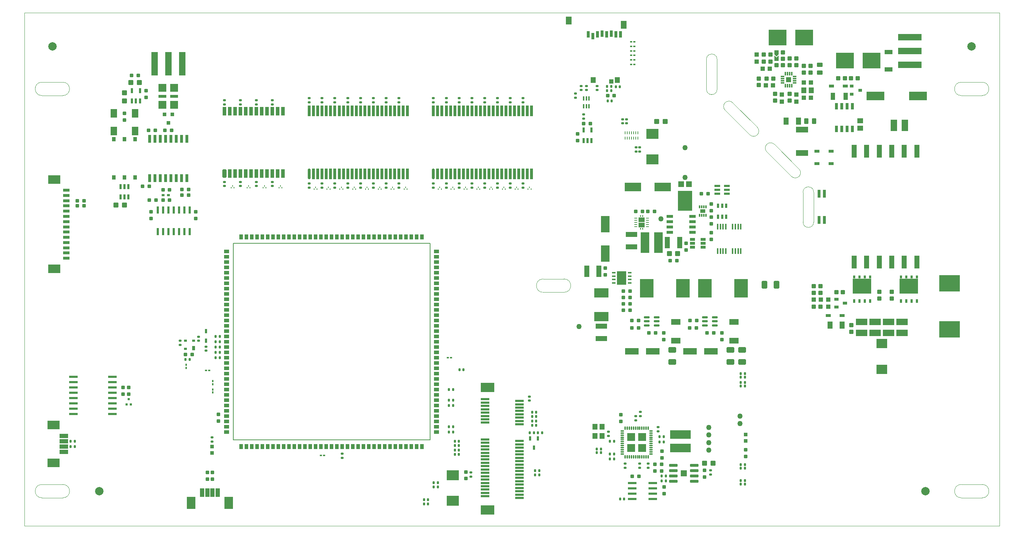
<source format=gtp>
G04*
G04 #@! TF.GenerationSoftware,Altium Limited,Altium Designer,23.1.1 (15)*
G04*
G04 Layer_Color=8421504*
%FSLAX44Y44*%
%MOMM*%
G71*
G04*
G04 #@! TF.SameCoordinates,5873BA87-B4A8-4489-8BBC-5F2359CC4874*
G04*
G04*
G04 #@! TF.FilePolarity,Positive*
G04*
G01*
G75*
%ADD12C,0.1270*%
%ADD23C,0.0254*%
%ADD24C,0.1020*%
%ADD25C,0.1016*%
%ADD26R,2.9000X2.4000*%
%ADD27R,0.9000X1.2000*%
%ADD28R,1.2000X0.9000*%
G04:AMPARAMS|DCode=29|XSize=0.5mm|YSize=0.6mm|CornerRadius=0.05mm|HoleSize=0mm|Usage=FLASHONLY|Rotation=180.000|XOffset=0mm|YOffset=0mm|HoleType=Round|Shape=RoundedRectangle|*
%AMROUNDEDRECTD29*
21,1,0.5000,0.5000,0,0,180.0*
21,1,0.4000,0.6000,0,0,180.0*
1,1,0.1000,-0.2000,0.2500*
1,1,0.1000,0.2000,0.2500*
1,1,0.1000,0.2000,-0.2500*
1,1,0.1000,-0.2000,-0.2500*
%
%ADD29ROUNDEDRECTD29*%
%ADD30R,0.6000X1.1000*%
G04:AMPARAMS|DCode=31|XSize=0.5mm|YSize=0.6mm|CornerRadius=0.05mm|HoleSize=0mm|Usage=FLASHONLY|Rotation=270.000|XOffset=0mm|YOffset=0mm|HoleType=Round|Shape=RoundedRectangle|*
%AMROUNDEDRECTD31*
21,1,0.5000,0.5000,0,0,270.0*
21,1,0.4000,0.6000,0,0,270.0*
1,1,0.1000,-0.2500,-0.2000*
1,1,0.1000,-0.2500,0.2000*
1,1,0.1000,0.2500,0.2000*
1,1,0.1000,0.2500,-0.2000*
%
%ADD31ROUNDEDRECTD31*%
G04:AMPARAMS|DCode=32|XSize=0.9mm|YSize=0.8mm|CornerRadius=0.1mm|HoleSize=0mm|Usage=FLASHONLY|Rotation=180.000|XOffset=0mm|YOffset=0mm|HoleType=Round|Shape=RoundedRectangle|*
%AMROUNDEDRECTD32*
21,1,0.9000,0.6000,0,0,180.0*
21,1,0.7000,0.8000,0,0,180.0*
1,1,0.2000,-0.3500,0.3000*
1,1,0.2000,0.3500,0.3000*
1,1,0.2000,0.3500,-0.3000*
1,1,0.2000,-0.3500,-0.3000*
%
%ADD32ROUNDEDRECTD32*%
%ADD33R,3.2000X2.3000*%
%ADD34R,2.0000X0.6000*%
%ADD35R,1.2000X1.4000*%
%ADD36C,2.0000*%
%ADD37R,3.2000X1.6000*%
G04:AMPARAMS|DCode=38|XSize=1.25mm|YSize=1.15mm|CornerRadius=0.1438mm|HoleSize=0mm|Usage=FLASHONLY|Rotation=90.000|XOffset=0mm|YOffset=0mm|HoleType=Round|Shape=RoundedRectangle|*
%AMROUNDEDRECTD38*
21,1,1.2500,0.8625,0,0,90.0*
21,1,0.9625,1.1500,0,0,90.0*
1,1,0.2875,0.4313,0.4813*
1,1,0.2875,0.4313,-0.4813*
1,1,0.2875,-0.4313,-0.4813*
1,1,0.2875,-0.4313,0.4813*
%
%ADD38ROUNDEDRECTD38*%
%ADD39R,2.2300X1.4200*%
G04:AMPARAMS|DCode=40|XSize=0.91mm|YSize=0.93mm|CornerRadius=0.1138mm|HoleSize=0mm|Usage=FLASHONLY|Rotation=90.000|XOffset=0mm|YOffset=0mm|HoleType=Round|Shape=RoundedRectangle|*
%AMROUNDEDRECTD40*
21,1,0.9100,0.7025,0,0,90.0*
21,1,0.6825,0.9300,0,0,90.0*
1,1,0.2275,0.3513,0.3413*
1,1,0.2275,0.3513,-0.3413*
1,1,0.2275,-0.3513,-0.3413*
1,1,0.2275,-0.3513,0.3413*
%
%ADD40ROUNDEDRECTD40*%
%ADD41R,0.3000X0.7500*%
%ADD42R,1.3000X0.9000*%
%ADD43R,1.4000X0.6000*%
%ADD44R,0.5500X1.0500*%
%ADD45R,1.2000X0.6500*%
%ADD46R,2.3000X3.2300*%
%ADD47R,0.9500X0.3500*%
G04:AMPARAMS|DCode=48|XSize=0.6mm|YSize=0.24mm|CornerRadius=0.03mm|HoleSize=0mm|Usage=FLASHONLY|Rotation=180.000|XOffset=0mm|YOffset=0mm|HoleType=Round|Shape=RoundedRectangle|*
%AMROUNDEDRECTD48*
21,1,0.6000,0.1800,0,0,180.0*
21,1,0.5400,0.2400,0,0,180.0*
1,1,0.0600,-0.2700,0.0900*
1,1,0.0600,0.2700,0.0900*
1,1,0.0600,0.2700,-0.0900*
1,1,0.0600,-0.2700,-0.0900*
%
%ADD48ROUNDEDRECTD48*%
%ADD49R,3.3000X4.5000*%
%ADD50R,3.5052X2.2606*%
%ADD51R,5.0038X2.1082*%
%ADD52R,1.5250X0.6500*%
%ADD53R,0.4500X1.4750*%
G04:AMPARAMS|DCode=54|XSize=0.95mm|YSize=2.05mm|CornerRadius=0.2375mm|HoleSize=0mm|Usage=FLASHONLY|Rotation=180.000|XOffset=0mm|YOffset=0mm|HoleType=Round|Shape=RoundedRectangle|*
%AMROUNDEDRECTD54*
21,1,0.9500,1.5750,0,0,180.0*
21,1,0.4750,2.0500,0,0,180.0*
1,1,0.4750,-0.2375,0.7875*
1,1,0.4750,0.2375,0.7875*
1,1,0.4750,0.2375,-0.7875*
1,1,0.4750,-0.2375,-0.7875*
%
%ADD54ROUNDEDRECTD54*%
%ADD55R,0.9500X2.0500*%
G04:AMPARAMS|DCode=56|XSize=0.64mm|YSize=2.54mm|CornerRadius=0.16mm|HoleSize=0mm|Usage=FLASHONLY|Rotation=180.000|XOffset=0mm|YOffset=0mm|HoleType=Round|Shape=RoundedRectangle|*
%AMROUNDEDRECTD56*
21,1,0.6400,2.2200,0,0,180.0*
21,1,0.3200,2.5400,0,0,180.0*
1,1,0.3200,-0.1600,1.1100*
1,1,0.3200,0.1600,1.1100*
1,1,0.3200,0.1600,-1.1100*
1,1,0.3200,-0.1600,-1.1100*
%
%ADD56ROUNDEDRECTD56*%
%ADD57R,0.6400X2.5400*%
G04:AMPARAMS|DCode=58|XSize=0.74mm|YSize=0.22mm|CornerRadius=0.0275mm|HoleSize=0mm|Usage=FLASHONLY|Rotation=90.000|XOffset=0mm|YOffset=0mm|HoleType=Round|Shape=RoundedRectangle|*
%AMROUNDEDRECTD58*
21,1,0.7400,0.1650,0,0,90.0*
21,1,0.6850,0.2200,0,0,90.0*
1,1,0.0550,0.0825,0.3425*
1,1,0.0550,0.0825,-0.3425*
1,1,0.0550,-0.0825,-0.3425*
1,1,0.0550,-0.0825,0.3425*
%
%ADD58ROUNDEDRECTD58*%
G04:AMPARAMS|DCode=59|XSize=1.37mm|YSize=0.59mm|CornerRadius=0.1475mm|HoleSize=0mm|Usage=FLASHONLY|Rotation=0.000|XOffset=0mm|YOffset=0mm|HoleType=Round|Shape=RoundedRectangle|*
%AMROUNDEDRECTD59*
21,1,1.3700,0.2950,0,0,0.0*
21,1,1.0750,0.5900,0,0,0.0*
1,1,0.2950,0.5375,-0.1475*
1,1,0.2950,-0.5375,-0.1475*
1,1,0.2950,-0.5375,0.1475*
1,1,0.2950,0.5375,0.1475*
%
%ADD59ROUNDEDRECTD59*%
G04:AMPARAMS|DCode=60|XSize=1.97mm|YSize=0.6mm|CornerRadius=0.075mm|HoleSize=0mm|Usage=FLASHONLY|Rotation=180.000|XOffset=0mm|YOffset=0mm|HoleType=Round|Shape=RoundedRectangle|*
%AMROUNDEDRECTD60*
21,1,1.9700,0.4500,0,0,180.0*
21,1,1.8200,0.6000,0,0,180.0*
1,1,0.1500,-0.9100,0.2250*
1,1,0.1500,0.9100,0.2250*
1,1,0.1500,0.9100,-0.2250*
1,1,0.1500,-0.9100,-0.2250*
%
%ADD60ROUNDEDRECTD60*%
G04:AMPARAMS|DCode=61|XSize=0.86mm|YSize=0.26mm|CornerRadius=0.0702mm|HoleSize=0mm|Usage=FLASHONLY|Rotation=90.000|XOffset=0mm|YOffset=0mm|HoleType=Round|Shape=RoundedRectangle|*
%AMROUNDEDRECTD61*
21,1,0.8600,0.1196,0,0,90.0*
21,1,0.7196,0.2600,0,0,90.0*
1,1,0.1404,0.0598,0.3598*
1,1,0.1404,0.0598,-0.3598*
1,1,0.1404,-0.0598,-0.3598*
1,1,0.1404,-0.0598,0.3598*
%
%ADD61ROUNDEDRECTD61*%
G04:AMPARAMS|DCode=62|XSize=0.86mm|YSize=0.26mm|CornerRadius=0.0702mm|HoleSize=0mm|Usage=FLASHONLY|Rotation=0.000|XOffset=0mm|YOffset=0mm|HoleType=Round|Shape=RoundedRectangle|*
%AMROUNDEDRECTD62*
21,1,0.8600,0.1196,0,0,0.0*
21,1,0.7196,0.2600,0,0,0.0*
1,1,0.1404,0.3598,-0.0598*
1,1,0.1404,-0.3598,-0.0598*
1,1,0.1404,-0.3598,0.0598*
1,1,0.1404,0.3598,0.0598*
%
%ADD62ROUNDEDRECTD62*%
G04:AMPARAMS|DCode=63|XSize=1.98mm|YSize=0.59mm|CornerRadius=0.0738mm|HoleSize=0mm|Usage=FLASHONLY|Rotation=180.000|XOffset=0mm|YOffset=0mm|HoleType=Round|Shape=RoundedRectangle|*
%AMROUNDEDRECTD63*
21,1,1.9800,0.4425,0,0,180.0*
21,1,1.8325,0.5900,0,0,180.0*
1,1,0.1475,-0.9163,0.2213*
1,1,0.1475,0.9163,0.2213*
1,1,0.1475,0.9163,-0.2213*
1,1,0.1475,-0.9163,-0.2213*
%
%ADD63ROUNDEDRECTD63*%
%ADD64R,0.5000X0.6000*%
G04:AMPARAMS|DCode=65|XSize=2.05mm|YSize=0.59mm|CornerRadius=0.0738mm|HoleSize=0mm|Usage=FLASHONLY|Rotation=0.000|XOffset=0mm|YOffset=0mm|HoleType=Round|Shape=RoundedRectangle|*
%AMROUNDEDRECTD65*
21,1,2.0500,0.4425,0,0,0.0*
21,1,1.9025,0.5900,0,0,0.0*
1,1,0.1475,0.9513,-0.2213*
1,1,0.1475,-0.9513,-0.2213*
1,1,0.1475,-0.9513,0.2213*
1,1,0.1475,0.9513,0.2213*
%
%ADD65ROUNDEDRECTD65*%
%ADD66R,2.7200X1.1600*%
%ADD67R,2.0000X4.0000*%
%ADD68R,2.1000X3.0000*%
%ADD69R,1.0000X2.0000*%
%ADD70R,3.0000X2.1000*%
%ADD71R,1.6000X0.8000*%
G04:AMPARAMS|DCode=72|XSize=0.9mm|YSize=0.8mm|CornerRadius=0.1mm|HoleSize=0mm|Usage=FLASHONLY|Rotation=90.000|XOffset=0mm|YOffset=0mm|HoleType=Round|Shape=RoundedRectangle|*
%AMROUNDEDRECTD72*
21,1,0.9000,0.6000,0,0,90.0*
21,1,0.7000,0.8000,0,0,90.0*
1,1,0.2000,0.3000,0.3500*
1,1,0.2000,0.3000,-0.3500*
1,1,0.2000,-0.3000,-0.3500*
1,1,0.2000,-0.3000,0.3500*
%
%ADD72ROUNDEDRECTD72*%
%ADD73C,1.2700*%
%ADD74R,1.5500X2.1000*%
%ADD75R,0.9600X1.1200*%
G04:AMPARAMS|DCode=76|XSize=1.25mm|YSize=1.15mm|CornerRadius=0.1438mm|HoleSize=0mm|Usage=FLASHONLY|Rotation=0.000|XOffset=0mm|YOffset=0mm|HoleType=Round|Shape=RoundedRectangle|*
%AMROUNDEDRECTD76*
21,1,1.2500,0.8625,0,0,0.0*
21,1,0.9625,1.1500,0,0,0.0*
1,1,0.2875,0.4813,-0.4313*
1,1,0.2875,-0.4813,-0.4313*
1,1,0.2875,-0.4813,0.4313*
1,1,0.2875,0.4813,0.4313*
%
%ADD76ROUNDEDRECTD76*%
G04:AMPARAMS|DCode=77|XSize=1.21mm|YSize=0.58mm|CornerRadius=0.0725mm|HoleSize=0mm|Usage=FLASHONLY|Rotation=270.000|XOffset=0mm|YOffset=0mm|HoleType=Round|Shape=RoundedRectangle|*
%AMROUNDEDRECTD77*
21,1,1.2100,0.4350,0,0,270.0*
21,1,1.0650,0.5800,0,0,270.0*
1,1,0.1450,-0.2175,-0.5325*
1,1,0.1450,-0.2175,0.5325*
1,1,0.1450,0.2175,0.5325*
1,1,0.1450,0.2175,-0.5325*
%
%ADD77ROUNDEDRECTD77*%
%ADD78R,0.5334X1.7018*%
%ADD79R,0.7800X0.4700*%
%ADD80R,0.6500X1.9500*%
%ADD81R,0.8400X0.8400*%
%ADD82R,0.4000X1.0000*%
%ADD83R,0.5000X1.1250*%
%ADD84R,0.7000X0.6000*%
%ADD85R,0.7000X1.0000*%
%ADD86R,3.3600X4.8600*%
%ADD87R,1.3900X1.4000*%
%ADD88R,0.3000X0.8500*%
%ADD89R,0.8500X0.3000*%
%ADD90R,1.2500X1.2500*%
%ADD91R,1.1500X1.4700*%
%ADD92R,3.0000X1.4500*%
G04:AMPARAMS|DCode=93|XSize=0.94mm|YSize=1.77mm|CornerRadius=0.0658mm|HoleSize=0mm|Usage=FLASHONLY|Rotation=0.000|XOffset=0mm|YOffset=0mm|HoleType=Round|Shape=RoundedRectangle|*
%AMROUNDEDRECTD93*
21,1,0.9400,1.6384,0,0,0.0*
21,1,0.8084,1.7700,0,0,0.0*
1,1,0.1316,0.4042,-0.8192*
1,1,0.1316,-0.4042,-0.8192*
1,1,0.1316,-0.4042,0.8192*
1,1,0.1316,0.4042,0.8192*
%
%ADD93ROUNDEDRECTD93*%
G04:AMPARAMS|DCode=94|XSize=1.09mm|YSize=1.77mm|CornerRadius=0.0763mm|HoleSize=0mm|Usage=FLASHONLY|Rotation=0.000|XOffset=0mm|YOffset=0mm|HoleType=Round|Shape=RoundedRectangle|*
%AMROUNDEDRECTD94*
21,1,1.0900,1.6174,0,0,0.0*
21,1,0.9374,1.7700,0,0,0.0*
1,1,0.1526,0.4687,-0.8087*
1,1,0.1526,-0.4687,-0.8087*
1,1,0.1526,-0.4687,0.8087*
1,1,0.1526,0.4687,0.8087*
%
%ADD94ROUNDEDRECTD94*%
G04:AMPARAMS|DCode=95|XSize=1mm|YSize=1.42mm|CornerRadius=0.125mm|HoleSize=0mm|Usage=FLASHONLY|Rotation=90.000|XOffset=0mm|YOffset=0mm|HoleType=Round|Shape=RoundedRectangle|*
%AMROUNDEDRECTD95*
21,1,1.0000,1.1700,0,0,90.0*
21,1,0.7500,1.4200,0,0,90.0*
1,1,0.2500,0.5850,0.3750*
1,1,0.2500,0.5850,-0.3750*
1,1,0.2500,-0.5850,-0.3750*
1,1,0.2500,-0.5850,0.3750*
%
%ADD95ROUNDEDRECTD95*%
%ADD96R,4.3500X2.1000*%
%ADD97R,1.0000X1.1000*%
%ADD98R,1.2100X1.8200*%
G04:AMPARAMS|DCode=99|XSize=1.21mm|YSize=0.73mm|CornerRadius=0.0657mm|HoleSize=0mm|Usage=FLASHONLY|Rotation=180.000|XOffset=0mm|YOffset=0mm|HoleType=Round|Shape=RoundedRectangle|*
%AMROUNDEDRECTD99*
21,1,1.2100,0.5986,0,0,180.0*
21,1,1.0786,0.7300,0,0,180.0*
1,1,0.1314,-0.5393,0.2993*
1,1,0.1314,0.5393,0.2993*
1,1,0.1314,0.5393,-0.2993*
1,1,0.1314,-0.5393,-0.2993*
%
%ADD99ROUNDEDRECTD99*%
%ADD100R,0.6500X1.8500*%
%ADD101R,1.1000X0.6500*%
%ADD102R,0.5000X0.9250*%
%ADD103R,0.6000X0.8000*%
%ADD104R,4.4100X3.6550*%
%ADD105R,4.9000X4.0000*%
%ADD106R,1.2700X3.0500*%
%ADD107R,0.9720X0.8020*%
%ADD108R,0.6500X1.5250*%
%ADD109R,1.6000X5.6000*%
%ADD110R,1.9750X0.7750*%
%ADD111R,1.9750X1.8250*%
G04:AMPARAMS|DCode=112|XSize=0.94mm|YSize=1.02mm|CornerRadius=0.094mm|HoleSize=0mm|Usage=FLASHONLY|Rotation=0.000|XOffset=0mm|YOffset=0mm|HoleType=Round|Shape=RoundedRectangle|*
%AMROUNDEDRECTD112*
21,1,0.9400,0.8320,0,0,0.0*
21,1,0.7520,1.0200,0,0,0.0*
1,1,0.1880,0.3760,-0.4160*
1,1,0.1880,-0.3760,-0.4160*
1,1,0.1880,-0.3760,0.4160*
1,1,0.1880,0.3760,0.4160*
%
%ADD112ROUNDEDRECTD112*%
%ADD113R,1.8800X1.1000*%
%ADD114R,2.7200X1.5300*%
%ADD115R,2.0000X1.0000*%
%ADD116R,4.2400X3.8100*%
%ADD117R,2.5000X2.3000*%
%ADD118R,0.6000X1.1500*%
%ADD119R,0.5000X0.4000*%
%ADD120R,0.6200X0.4000*%
%ADD121R,0.2000X0.4300*%
%ADD122R,1.0160X0.8128*%
%ADD123R,1.3000X1.4000*%
%ADD124R,0.8000X1.5000*%
%ADD125R,1.4000X1.9000*%
%ADD126R,1.0000X1.0400*%
%ADD127R,1.2000X1.4000*%
%ADD128R,5.6000X1.6000*%
%ADD129R,1.1000X1.0000*%
%ADD130R,0.4000X0.6200*%
%ADD131R,0.4000X0.5000*%
G04:AMPARAMS|DCode=132|XSize=0.94mm|YSize=1.02mm|CornerRadius=0.094mm|HoleSize=0mm|Usage=FLASHONLY|Rotation=90.000|XOffset=0mm|YOffset=0mm|HoleType=Round|Shape=RoundedRectangle|*
%AMROUNDEDRECTD132*
21,1,0.9400,0.8320,0,0,90.0*
21,1,0.7520,1.0200,0,0,90.0*
1,1,0.1880,0.4160,0.3760*
1,1,0.1880,0.4160,-0.3760*
1,1,0.1880,-0.4160,-0.3760*
1,1,0.1880,-0.4160,0.3760*
%
%ADD132ROUNDEDRECTD132*%
G04:AMPARAMS|DCode=133|XSize=1mm|YSize=1.42mm|CornerRadius=0.125mm|HoleSize=0mm|Usage=FLASHONLY|Rotation=180.000|XOffset=0mm|YOffset=0mm|HoleType=Round|Shape=RoundedRectangle|*
%AMROUNDEDRECTD133*
21,1,1.0000,1.1700,0,0,180.0*
21,1,0.7500,1.4200,0,0,180.0*
1,1,0.2500,-0.3750,0.5850*
1,1,0.2500,0.3750,0.5850*
1,1,0.2500,0.3750,-0.5850*
1,1,0.2500,-0.3750,-0.5850*
%
%ADD133ROUNDEDRECTD133*%
%ADD134R,1.4700X1.1500*%
%ADD135R,1.5300X2.7200*%
%ADD136R,2.1082X5.0038*%
%ADD137R,1.1600X2.7200*%
G04:AMPARAMS|DCode=138|XSize=1.85mm|YSize=1.3mm|CornerRadius=0.1625mm|HoleSize=0mm|Usage=FLASHONLY|Rotation=270.000|XOffset=0mm|YOffset=0mm|HoleType=Round|Shape=RoundedRectangle|*
%AMROUNDEDRECTD138*
21,1,1.8500,0.9750,0,0,270.0*
21,1,1.5250,1.3000,0,0,270.0*
1,1,0.3250,-0.4875,-0.7625*
1,1,0.3250,-0.4875,0.7625*
1,1,0.3250,0.4875,0.7625*
1,1,0.3250,0.4875,-0.7625*
%
%ADD138ROUNDEDRECTD138*%
G04:AMPARAMS|DCode=139|XSize=1.85mm|YSize=1.3mm|CornerRadius=0.1625mm|HoleSize=0mm|Usage=FLASHONLY|Rotation=180.000|XOffset=0mm|YOffset=0mm|HoleType=Round|Shape=RoundedRectangle|*
%AMROUNDEDRECTD139*
21,1,1.8500,0.9750,0,0,180.0*
21,1,1.5250,1.3000,0,0,180.0*
1,1,0.3250,-0.7625,0.4875*
1,1,0.3250,0.7625,0.4875*
1,1,0.3250,0.7625,-0.4875*
1,1,0.3250,-0.7625,-0.4875*
%
%ADD139ROUNDEDRECTD139*%
%ADD140R,4.0000X2.0000*%
G36*
X1800538Y1127951D02*
X1795458Y1122870D01*
X1790378Y1127951D01*
Y1130490D01*
X1800538D01*
Y1127951D01*
D02*
G37*
G36*
Y1117791D02*
X1790378D01*
Y1125411D01*
X1795458Y1120331D01*
X1800538Y1125411D01*
Y1117791D01*
D02*
G37*
G36*
X1477088Y739174D02*
X1474588D01*
Y742574D01*
X1477088D01*
Y739174D01*
D02*
G37*
G36*
X1472088D02*
X1469588D01*
Y742574D01*
X1472088D01*
Y739174D01*
D02*
G37*
G36*
X1480838Y726574D02*
X1465838D01*
Y737174D01*
X1480838D01*
Y726574D01*
D02*
G37*
G36*
Y713974D02*
X1465838D01*
Y724574D01*
X1480838D01*
Y713974D01*
D02*
G37*
G36*
X1477088Y708574D02*
X1474588D01*
Y711974D01*
X1477088D01*
Y708574D01*
D02*
G37*
G36*
X1472088D02*
X1469588D01*
Y711974D01*
X1472088D01*
Y708574D01*
D02*
G37*
G36*
X1484211Y203583D02*
X1465459D01*
Y222335D01*
X1484211D01*
Y203583D01*
D02*
G37*
G36*
X1457652D02*
X1438959D01*
Y222324D01*
X1457652D01*
Y203583D01*
D02*
G37*
G36*
X1484215Y177083D02*
X1465459D01*
Y195774D01*
X1484215D01*
Y177083D01*
D02*
G37*
G36*
X1457655D02*
X1438959D01*
Y195779D01*
X1457655D01*
Y177083D01*
D02*
G37*
G36*
X1580951Y118849D02*
X1566931D01*
Y132868D01*
X1580951D01*
Y118849D01*
D02*
G37*
D12*
X968042Y205674D02*
Y675574D01*
X498041Y675674D02*
X968042D01*
X498041Y205674D02*
Y675574D01*
Y205674D02*
Y205774D01*
Y205674D02*
X968042D01*
D23*
X2286508Y1028956D02*
G03*
X2286508Y1060956I0J16000D01*
G01*
X2236508D02*
G03*
X2236508Y1028956I0J-16000D01*
G01*
X41294Y1060954D02*
G03*
X41294Y1028954I0J-16000D01*
G01*
X91294D02*
G03*
X91294Y1060954I0J16000D01*
G01*
X2286628Y67290D02*
G03*
X2286628Y99290I0J16000D01*
G01*
X2236628D02*
G03*
X2236628Y67290I0J-16000D01*
G01*
X41338Y99271D02*
G03*
X41338Y67271I0J-16000D01*
G01*
X91338D02*
G03*
X91338Y99271I0J16000D01*
G01*
X1288135Y558551D02*
G03*
X1288135Y590551I0J16000D01*
G01*
X1238135D02*
G03*
X1238135Y558551I0J-16000D01*
G01*
X1884172Y798068D02*
G03*
X1858772Y798068I-12700J0D01*
G01*
Y726440D02*
G03*
X1884172Y726440I12700J0D01*
G01*
X1790296Y912445D02*
G03*
X1772322Y894498I-8994J-8967D01*
G01*
X1831250Y835570D02*
G03*
X1849210Y853530I8980J8980D01*
G01*
X1731682Y935138D02*
G03*
X1749642Y953098I8980J8980D01*
G01*
X1690728Y1012013D02*
G03*
X1672754Y994066I-8994J-8967D01*
G01*
X1628140Y1043940D02*
G03*
X1653540Y1043940I12700J0D01*
G01*
Y1115568D02*
G03*
X1628140Y1115568I-12700J0D01*
G01*
X2236508Y1028956D02*
X2286508D01*
X2236508Y1060956D02*
X2286508D01*
X41294Y1060954D02*
X91294D01*
X41294Y1028954D02*
X91294D01*
X2236628Y67290D02*
X2286628D01*
X2236628Y99290D02*
X2286628D01*
X41338Y99271D02*
X91338D01*
X41338Y67271D02*
X91338D01*
X1238135Y558551D02*
X1288135D01*
X1238135Y590551D02*
X1288135D01*
X1858772Y726440D02*
Y798068D01*
X1884172Y726440D02*
Y798068D01*
X1790282Y912458D02*
X1849210Y853530D01*
X1772322Y894498D02*
X1831250Y835570D01*
X1672754Y994066D02*
X1731682Y935138D01*
X1690714Y1012026D02*
X1749642Y953098D01*
X1653540Y1043940D02*
Y1115568D01*
X1628140Y1043940D02*
Y1115568D01*
D24*
X-1Y1226566D02*
X2327910Y1226566D01*
D25*
X2327910Y0D01*
X-1Y1226566D02*
X0Y0D01*
X2327910D01*
D26*
X1022858Y121178D02*
D03*
Y60178D02*
D03*
X1499361Y937534D02*
D03*
Y876534D02*
D03*
D27*
X783841Y189959D02*
D03*
X936241D02*
D03*
X910841D02*
D03*
X923541D02*
D03*
X898141D02*
D03*
X872741D02*
D03*
X860041D02*
D03*
X834641D02*
D03*
X809241D02*
D03*
X821941D02*
D03*
X796541D02*
D03*
X771141D02*
D03*
X758441D02*
D03*
X733041D02*
D03*
X707642D02*
D03*
X720341D02*
D03*
X694941D02*
D03*
X669541D02*
D03*
X656841D02*
D03*
X631441D02*
D03*
X606041D02*
D03*
X618741D02*
D03*
X593341D02*
D03*
X567941D02*
D03*
X555241D02*
D03*
X529841D02*
D03*
X517141D02*
D03*
X936241Y691389D02*
D03*
X923541D02*
D03*
X910841D02*
D03*
X898141D02*
D03*
X872741D02*
D03*
X860041D02*
D03*
X834641D02*
D03*
X821941D02*
D03*
X809241D02*
D03*
X796541D02*
D03*
X771141D02*
D03*
X758441D02*
D03*
X733041D02*
D03*
X720341D02*
D03*
X707641D02*
D03*
X694941D02*
D03*
X669541D02*
D03*
X656841D02*
D03*
X631441D02*
D03*
X618741D02*
D03*
X606041D02*
D03*
X593341D02*
D03*
X567941D02*
D03*
X555241D02*
D03*
X529841D02*
D03*
X517141D02*
D03*
X948941Y189959D02*
D03*
X847341D02*
D03*
X885441D02*
D03*
X745741D02*
D03*
X682241D02*
D03*
X580641D02*
D03*
X644141D02*
D03*
X542541D02*
D03*
X948941Y691389D02*
D03*
X885441D02*
D03*
X847341D02*
D03*
X783841D02*
D03*
X745741D02*
D03*
X682241D02*
D03*
X644141D02*
D03*
X580641D02*
D03*
X542541D02*
D03*
D28*
X983756Y224774D02*
D03*
X482326D02*
D03*
X983756Y237474D02*
D03*
X482326D02*
D03*
X983756Y262874D02*
D03*
X482326D02*
D03*
X983756Y275574D02*
D03*
X482326D02*
D03*
X983756Y300974D02*
D03*
X482326D02*
D03*
X983756Y313674D02*
D03*
Y326374D02*
D03*
X482326D02*
D03*
Y313674D02*
D03*
X983756Y339074D02*
D03*
X482326D02*
D03*
X983756Y364474D02*
D03*
X482326D02*
D03*
X983756Y377174D02*
D03*
X482326D02*
D03*
X983756Y402574D02*
D03*
X482326D02*
D03*
X983756Y415274D02*
D03*
Y427974D02*
D03*
X482326D02*
D03*
Y415274D02*
D03*
X983756Y440674D02*
D03*
X482326D02*
D03*
X983756Y466074D02*
D03*
X482326D02*
D03*
X983756Y478774D02*
D03*
X482326D02*
D03*
X983756Y504174D02*
D03*
X482326D02*
D03*
X983756Y516874D02*
D03*
Y529574D02*
D03*
X482326D02*
D03*
Y516874D02*
D03*
X983756Y542274D02*
D03*
X482326D02*
D03*
X983756Y567674D02*
D03*
X482326D02*
D03*
X983756Y580374D02*
D03*
X482326D02*
D03*
X983756Y605774D02*
D03*
X482326D02*
D03*
X983756Y618474D02*
D03*
Y631174D02*
D03*
X482326D02*
D03*
Y618474D02*
D03*
X983756Y643874D02*
D03*
X482326D02*
D03*
X983756Y250174D02*
D03*
X482326D02*
D03*
X983756Y288274D02*
D03*
X482326D02*
D03*
X983756Y351774D02*
D03*
Y389874D02*
D03*
X482326D02*
D03*
Y351774D02*
D03*
X983756Y453374D02*
D03*
Y491474D02*
D03*
X482326D02*
D03*
Y453374D02*
D03*
X983756Y554974D02*
D03*
X482326D02*
D03*
X983756Y593074D02*
D03*
Y656574D02*
D03*
X482326D02*
D03*
Y593074D02*
D03*
D29*
X1235652Y222758D02*
D03*
X1225652D02*
D03*
X1216580D02*
D03*
X1206580D02*
D03*
X1397599Y171675D02*
D03*
X1407599D02*
D03*
X1407587Y159766D02*
D03*
X1397587D02*
D03*
X1407587Y202183D02*
D03*
X1397587D02*
D03*
X455896Y415274D02*
D03*
X465896D02*
D03*
X1402048Y1015746D02*
D03*
X1392048D02*
D03*
X393954Y397764D02*
D03*
X383954D02*
D03*
X109808Y202338D02*
D03*
X119808D02*
D03*
X109808Y189838D02*
D03*
X119808D02*
D03*
X1037256Y192275D02*
D03*
X1027256D02*
D03*
X1037256Y202435D02*
D03*
X1027256D02*
D03*
X1048178Y373634D02*
D03*
X1038178D02*
D03*
X1390592Y1040336D02*
D03*
X1400592D02*
D03*
X1390592Y1051004D02*
D03*
X1400592D02*
D03*
X1421717Y64643D02*
D03*
X1431717D02*
D03*
X1023031Y288274D02*
D03*
X1013031D02*
D03*
X1023031Y300974D02*
D03*
X1013031D02*
D03*
X1023031Y326374D02*
D03*
X1013031D02*
D03*
X976710Y103217D02*
D03*
X986710D02*
D03*
X976710Y93218D02*
D03*
X986710D02*
D03*
X1027256Y181102D02*
D03*
X1037256D02*
D03*
X1531025Y107961D02*
D03*
X1521025D02*
D03*
X1027256Y171196D02*
D03*
X1037256D02*
D03*
X953596Y62738D02*
D03*
X963596D02*
D03*
X1521025Y119499D02*
D03*
X1531025D02*
D03*
X953596Y52808D02*
D03*
X963596D02*
D03*
X455896Y453374D02*
D03*
X465896D02*
D03*
X455896Y440674D02*
D03*
X465896D02*
D03*
X455896Y427974D02*
D03*
X465896D02*
D03*
X1221786Y272161D02*
D03*
X1211786D02*
D03*
X1221786Y261578D02*
D03*
X1211786D02*
D03*
X1221786Y250944D02*
D03*
X1211786D02*
D03*
X1221786Y240411D02*
D03*
X1211786D02*
D03*
X1228898Y121674D02*
D03*
X1218898D02*
D03*
X1228898Y132215D02*
D03*
X1218898D02*
D03*
X455896Y402574D02*
D03*
X465896D02*
D03*
X1013031Y224774D02*
D03*
X1023031D02*
D03*
X1013031Y237474D02*
D03*
X1023031D02*
D03*
X1526327Y200532D02*
D03*
X1516327D02*
D03*
X1516327Y213868D02*
D03*
X1526327D02*
D03*
X1720261Y99822D02*
D03*
X1710261D02*
D03*
X1720261Y108458D02*
D03*
X1710261D02*
D03*
X1720261Y137922D02*
D03*
X1710261D02*
D03*
X1720261Y146558D02*
D03*
X1710261D02*
D03*
X1720261Y364450D02*
D03*
X1710261D02*
D03*
X1720261Y355814D02*
D03*
X1710261D02*
D03*
X1720261Y343334D02*
D03*
X1710261D02*
D03*
X1720261Y334698D02*
D03*
X1710261D02*
D03*
X1376525Y184001D02*
D03*
X1366525D02*
D03*
X1376525Y175365D02*
D03*
X1366525D02*
D03*
X1411557Y1050036D02*
D03*
X1421557D02*
D03*
D30*
X1225652Y208944D02*
D03*
X1206652D02*
D03*
X1216152Y186944D02*
D03*
D31*
X1470651Y272507D02*
D03*
Y262507D02*
D03*
X1459059Y262595D02*
D03*
Y252595D02*
D03*
X1394031Y215218D02*
D03*
Y225218D02*
D03*
X832718Y818816D02*
D03*
Y808816D02*
D03*
X1366803Y1051988D02*
D03*
Y1041988D02*
D03*
X1334903Y973662D02*
D03*
Y983662D02*
D03*
X415798Y442570D02*
D03*
Y452570D02*
D03*
X433578Y428908D02*
D03*
Y418908D02*
D03*
X371094Y432570D02*
D03*
Y442570D02*
D03*
X1341404Y1041988D02*
D03*
Y1051988D02*
D03*
X1328703Y1041988D02*
D03*
Y1051988D02*
D03*
X1315466Y1023526D02*
D03*
Y1033526D02*
D03*
X802118Y808816D02*
D03*
Y818816D02*
D03*
X771518Y808816D02*
D03*
Y818816D02*
D03*
X893918Y1013032D02*
D03*
Y1023032D02*
D03*
X863318Y1013032D02*
D03*
Y1023032D02*
D03*
X832718Y1013032D02*
D03*
Y1023032D02*
D03*
X802118Y1013032D02*
D03*
Y1023032D02*
D03*
X477318Y1007952D02*
D03*
Y1017952D02*
D03*
X679718Y1013032D02*
D03*
Y1023032D02*
D03*
X771518Y1013032D02*
D03*
Y1023032D02*
D03*
X710318Y1013032D02*
D03*
Y1023032D02*
D03*
X740918Y1013032D02*
D03*
Y1023032D02*
D03*
X515418Y1007952D02*
D03*
Y1017952D02*
D03*
X591618Y1007952D02*
D03*
Y1017952D02*
D03*
X553518Y1007952D02*
D03*
Y1017952D02*
D03*
X1190418Y818816D02*
D03*
Y808816D02*
D03*
X1037418Y1013032D02*
D03*
Y1023032D02*
D03*
X1190418Y1013032D02*
D03*
Y1023032D02*
D03*
X1006818Y1013032D02*
D03*
Y1023032D02*
D03*
X976218Y1013032D02*
D03*
Y1023032D02*
D03*
X1159818Y1013032D02*
D03*
Y1023032D02*
D03*
X1129218Y1013032D02*
D03*
Y1023032D02*
D03*
X1098618Y1013032D02*
D03*
Y1023032D02*
D03*
X1068018Y1013032D02*
D03*
Y1023032D02*
D03*
X515418Y822626D02*
D03*
Y812626D02*
D03*
X553518Y822626D02*
D03*
Y812626D02*
D03*
X477318Y822626D02*
D03*
Y812626D02*
D03*
X679718Y818816D02*
D03*
Y808816D02*
D03*
X591618Y822626D02*
D03*
Y812626D02*
D03*
X740918Y818816D02*
D03*
Y808816D02*
D03*
X710318Y818816D02*
D03*
Y808816D02*
D03*
X893918Y818816D02*
D03*
Y808816D02*
D03*
X976218Y818816D02*
D03*
Y808816D02*
D03*
X1098618Y818816D02*
D03*
Y808816D02*
D03*
X1006818Y818816D02*
D03*
Y808816D02*
D03*
X1068018Y818816D02*
D03*
Y808816D02*
D03*
X1037418Y818816D02*
D03*
Y808816D02*
D03*
X863318Y818816D02*
D03*
Y808816D02*
D03*
X1129218Y818816D02*
D03*
Y808816D02*
D03*
X1159818Y818816D02*
D03*
Y808816D02*
D03*
X1434059Y148885D02*
D03*
Y138885D02*
D03*
X758441Y172894D02*
D03*
Y162894D02*
D03*
X447851Y211940D02*
D03*
Y201940D02*
D03*
X1436947Y962411D02*
D03*
Y972411D02*
D03*
X1428281Y962411D02*
D03*
Y972411D02*
D03*
X1489059Y138891D02*
D03*
Y148891D02*
D03*
X1469059D02*
D03*
Y138891D02*
D03*
X1512359Y236526D02*
D03*
Y226526D02*
D03*
X1637918Y123270D02*
D03*
Y133270D02*
D03*
X1066037Y127695D02*
D03*
Y117695D02*
D03*
X1205286Y299445D02*
D03*
Y309445D02*
D03*
X1468921Y905355D02*
D03*
Y895355D02*
D03*
X1460285Y905355D02*
D03*
Y895355D02*
D03*
D32*
X1424177Y250191D02*
D03*
Y266191D02*
D03*
X1320546Y921386D02*
D03*
Y937386D02*
D03*
X408940Y750950D02*
D03*
Y734950D02*
D03*
X234949Y331470D02*
D03*
Y315470D02*
D03*
X248625D02*
D03*
Y331470D02*
D03*
X302006Y734950D02*
D03*
Y750950D02*
D03*
X238251Y970154D02*
D03*
Y986154D02*
D03*
X289711Y1041000D02*
D03*
Y1025000D02*
D03*
X1527047Y93344D02*
D03*
Y77344D02*
D03*
X1722119Y166244D02*
D03*
Y182244D02*
D03*
X1504695Y147203D02*
D03*
Y131203D02*
D03*
X1623688Y117233D02*
D03*
Y133233D02*
D03*
X1386730Y616146D02*
D03*
Y600146D02*
D03*
X1665224Y461644D02*
D03*
Y445644D02*
D03*
X1579372Y659796D02*
D03*
Y675796D02*
D03*
X1639682Y738574D02*
D03*
Y722574D02*
D03*
X1526286Y461644D02*
D03*
Y445644D02*
D03*
X448717Y112034D02*
D03*
Y128034D02*
D03*
X436217Y112034D02*
D03*
Y128034D02*
D03*
X462533Y266572D02*
D03*
Y250572D02*
D03*
X1522014Y178469D02*
D03*
Y162469D02*
D03*
X1520998Y147203D02*
D03*
Y131203D02*
D03*
X1639682Y701304D02*
D03*
Y685304D02*
D03*
Y753574D02*
D03*
Y769574D02*
D03*
X1053509Y129158D02*
D03*
Y113158D02*
D03*
D33*
X1105711Y38444D02*
D03*
Y331444D02*
D03*
D34*
X1099711Y70944D02*
D03*
Y78944D02*
D03*
Y86944D02*
D03*
Y94944D02*
D03*
Y102944D02*
D03*
Y110944D02*
D03*
Y118944D02*
D03*
Y126944D02*
D03*
Y134944D02*
D03*
Y142944D02*
D03*
Y150944D02*
D03*
Y158944D02*
D03*
Y166944D02*
D03*
Y174944D02*
D03*
Y182944D02*
D03*
Y190944D02*
D03*
Y198944D02*
D03*
Y246944D02*
D03*
Y254944D02*
D03*
Y262944D02*
D03*
Y270944D02*
D03*
Y278944D02*
D03*
Y286944D02*
D03*
Y294944D02*
D03*
Y302944D02*
D03*
Y206944D02*
D03*
X1181711Y66944D02*
D03*
Y74944D02*
D03*
Y82944D02*
D03*
Y90944D02*
D03*
Y98944D02*
D03*
Y106944D02*
D03*
Y114944D02*
D03*
Y122944D02*
D03*
Y130944D02*
D03*
Y138944D02*
D03*
Y146944D02*
D03*
Y154944D02*
D03*
Y162944D02*
D03*
Y170944D02*
D03*
Y178944D02*
D03*
Y186944D02*
D03*
Y194944D02*
D03*
Y242944D02*
D03*
Y250944D02*
D03*
Y258944D02*
D03*
Y266944D02*
D03*
Y274944D02*
D03*
Y282944D02*
D03*
Y290944D02*
D03*
Y298944D02*
D03*
Y202944D02*
D03*
D35*
X1362000Y237226D02*
D03*
Y215226D02*
D03*
X1379000D02*
D03*
Y237226D02*
D03*
D36*
X66294Y1146810D02*
D03*
X2151124Y83312D02*
D03*
X178562D02*
D03*
X2260854Y1146810D02*
D03*
D37*
X1588916Y417830D02*
D03*
X1638916D02*
D03*
X1450232D02*
D03*
X1500232D02*
D03*
D38*
X1623721Y149871D02*
D03*
X1643721D02*
D03*
X238345Y767080D02*
D03*
X218345D02*
D03*
X273906Y1059996D02*
D03*
X253906D02*
D03*
X1539400Y651002D02*
D03*
X1559400D02*
D03*
X1529681Y966978D02*
D03*
X1509681D02*
D03*
D39*
X1693926Y442674D02*
D03*
Y487674D02*
D03*
X1555003Y442674D02*
D03*
Y487674D02*
D03*
D40*
X1722119Y218166D02*
D03*
Y202966D02*
D03*
X447801Y174772D02*
D03*
Y189972D02*
D03*
D41*
X1611944Y742574D02*
D03*
X1616944D02*
D03*
X1621944D02*
D03*
X1626944D02*
D03*
Y762574D02*
D03*
X1621944D02*
D03*
X1616944D02*
D03*
X1611944D02*
D03*
D42*
X1619444Y752574D02*
D03*
D43*
X1654182Y794156D02*
D03*
Y803656D02*
D03*
Y813156D02*
D03*
X1677182D02*
D03*
Y803656D02*
D03*
Y794156D02*
D03*
D44*
X1656182Y765574D02*
D03*
X1665682D02*
D03*
X1675182D02*
D03*
Y739574D02*
D03*
X1665682D02*
D03*
X1656182D02*
D03*
D45*
X1595118Y685296D02*
D03*
Y675796D02*
D03*
Y666296D02*
D03*
X1620118D02*
D03*
Y675796D02*
D03*
Y685296D02*
D03*
D46*
X1425524Y593114D02*
D03*
D47*
X1406524Y581114D02*
D03*
Y589114D02*
D03*
Y597114D02*
D03*
Y605114D02*
D03*
X1444524D02*
D03*
Y597114D02*
D03*
Y589114D02*
D03*
Y581114D02*
D03*
D48*
X1459338Y715574D02*
D03*
Y720574D02*
D03*
Y725574D02*
D03*
Y730574D02*
D03*
Y735574D02*
D03*
X1487338D02*
D03*
Y730574D02*
D03*
Y725574D02*
D03*
Y720574D02*
D03*
Y715574D02*
D03*
D49*
X1711038Y568368D02*
D03*
X1624038D02*
D03*
X1485182D02*
D03*
X1572182D02*
D03*
D50*
X1377524Y500682D02*
D03*
Y557070D02*
D03*
D51*
X1566290Y186436D02*
D03*
Y218440D02*
D03*
D52*
X1540568Y740410D02*
D03*
Y727710D02*
D03*
Y715010D02*
D03*
Y702310D02*
D03*
X1594808D02*
D03*
Y715010D02*
D03*
Y727710D02*
D03*
Y740410D02*
D03*
D53*
X1674432Y657194D02*
D03*
X1667932D02*
D03*
X1661432D02*
D03*
X1654932D02*
D03*
Y715954D02*
D03*
X1661432D02*
D03*
X1667932D02*
D03*
X1674432D02*
D03*
X1710280D02*
D03*
X1703780D02*
D03*
X1697280D02*
D03*
X1690780D02*
D03*
Y657194D02*
D03*
X1697280D02*
D03*
X1703780D02*
D03*
X1710280D02*
D03*
D54*
X477318Y842693D02*
D03*
D55*
X490018D02*
D03*
X502718D02*
D03*
X515418D02*
D03*
X528118D02*
D03*
X540818D02*
D03*
X553518D02*
D03*
X566218D02*
D03*
X578918D02*
D03*
X591618D02*
D03*
X604318D02*
D03*
X617018D02*
D03*
X477318Y991193D02*
D03*
X490018D02*
D03*
X502718D02*
D03*
X515418D02*
D03*
X528118D02*
D03*
X540818D02*
D03*
X553518D02*
D03*
X566218D02*
D03*
X578918D02*
D03*
X591618D02*
D03*
X604318D02*
D03*
X617018D02*
D03*
D56*
X976218Y841693D02*
D03*
X679718D02*
D03*
D57*
X986418D02*
D03*
X996618D02*
D03*
X1006818D02*
D03*
X1017018D02*
D03*
X1027218D02*
D03*
X1037418D02*
D03*
X1047618D02*
D03*
X1057818D02*
D03*
X1068018D02*
D03*
X1078218D02*
D03*
X1088418D02*
D03*
X1098618D02*
D03*
X1108818D02*
D03*
X1119018D02*
D03*
X1129218D02*
D03*
X1139418D02*
D03*
X1149618D02*
D03*
X1159818D02*
D03*
X1170018D02*
D03*
X1180218D02*
D03*
X1190418D02*
D03*
X1200618D02*
D03*
X1210818D02*
D03*
X976218Y992193D02*
D03*
X986418D02*
D03*
X996618D02*
D03*
X1006818D02*
D03*
X1017018D02*
D03*
X1027218D02*
D03*
X1037418D02*
D03*
X1047618D02*
D03*
X1057818D02*
D03*
X1068018D02*
D03*
X1078218D02*
D03*
X1088418D02*
D03*
X1098618D02*
D03*
X1108818D02*
D03*
X1119018D02*
D03*
X1129218D02*
D03*
X1139418D02*
D03*
X1149618D02*
D03*
X1159818D02*
D03*
X1170018D02*
D03*
X1180218D02*
D03*
X1190418D02*
D03*
X1200618D02*
D03*
X1210818D02*
D03*
X914318D02*
D03*
X904118D02*
D03*
X893918D02*
D03*
X883718D02*
D03*
X873518D02*
D03*
X863318D02*
D03*
X853118D02*
D03*
X842918D02*
D03*
X832718D02*
D03*
X822518D02*
D03*
X812318D02*
D03*
X802118D02*
D03*
X791918D02*
D03*
X781718D02*
D03*
X771518D02*
D03*
X761318D02*
D03*
X751118D02*
D03*
X740918D02*
D03*
X730718D02*
D03*
X720518D02*
D03*
X710318D02*
D03*
X700118D02*
D03*
X689918D02*
D03*
X679718D02*
D03*
X914318Y841693D02*
D03*
X904118D02*
D03*
X893918D02*
D03*
X883718D02*
D03*
X873518D02*
D03*
X863318D02*
D03*
X853118D02*
D03*
X842918D02*
D03*
X832718D02*
D03*
X822518D02*
D03*
X812318D02*
D03*
X802118D02*
D03*
X791918D02*
D03*
X781718D02*
D03*
X771518D02*
D03*
X761318D02*
D03*
X751118D02*
D03*
X740918D02*
D03*
X730718D02*
D03*
X720518D02*
D03*
X710318D02*
D03*
X700118D02*
D03*
X689918D02*
D03*
D58*
X1434147Y926822D02*
D03*
X1439147D02*
D03*
X1444147D02*
D03*
X1449147D02*
D03*
X1454147D02*
D03*
X1459147D02*
D03*
X1464147D02*
D03*
Y940222D02*
D03*
X1459147D02*
D03*
X1454147D02*
D03*
X1449147D02*
D03*
X1444147D02*
D03*
X1439147D02*
D03*
X1434147D02*
D03*
D59*
X1624568Y479704D02*
D03*
Y489204D02*
D03*
Y498704D02*
D03*
X1647968D02*
D03*
Y489204D02*
D03*
Y479704D02*
D03*
X1485630D02*
D03*
Y489204D02*
D03*
Y498704D02*
D03*
X1509030D02*
D03*
Y489204D02*
D03*
Y479704D02*
D03*
D60*
X1549231Y106799D02*
D03*
Y119499D02*
D03*
Y132199D02*
D03*
Y144899D02*
D03*
X1598631D02*
D03*
Y132199D02*
D03*
Y119499D02*
D03*
Y106799D02*
D03*
D61*
X1489059Y165333D02*
D03*
X1484059D02*
D03*
X1479059D02*
D03*
X1474059D02*
D03*
X1469059D02*
D03*
X1464059D02*
D03*
X1459059D02*
D03*
X1454059D02*
D03*
X1449059D02*
D03*
X1444059D02*
D03*
X1439059D02*
D03*
X1434059D02*
D03*
Y234033D02*
D03*
X1439059D02*
D03*
X1444059D02*
D03*
X1449059D02*
D03*
X1454059D02*
D03*
X1459059D02*
D03*
X1464059D02*
D03*
X1469059D02*
D03*
X1474059D02*
D03*
X1479059D02*
D03*
X1484059D02*
D03*
X1489059D02*
D03*
D62*
X1427209Y172183D02*
D03*
Y177183D02*
D03*
Y182183D02*
D03*
Y187183D02*
D03*
Y192183D02*
D03*
Y197183D02*
D03*
Y202183D02*
D03*
Y207183D02*
D03*
Y212183D02*
D03*
Y217183D02*
D03*
Y222183D02*
D03*
Y227183D02*
D03*
X1495909D02*
D03*
Y222183D02*
D03*
Y217183D02*
D03*
Y212183D02*
D03*
Y207183D02*
D03*
Y202183D02*
D03*
Y197183D02*
D03*
Y192183D02*
D03*
Y187183D02*
D03*
Y182183D02*
D03*
Y177183D02*
D03*
Y172183D02*
D03*
D63*
X1450785Y64643D02*
D03*
Y77343D02*
D03*
Y90043D02*
D03*
Y102743D02*
D03*
X1500185D02*
D03*
Y90043D02*
D03*
Y77343D02*
D03*
Y64643D02*
D03*
D64*
X253625Y290370D02*
D03*
X243625D02*
D03*
X248625Y303370D02*
D03*
D65*
X116517Y356870D02*
D03*
Y344170D02*
D03*
Y331470D02*
D03*
Y318770D02*
D03*
Y306070D02*
D03*
Y293370D02*
D03*
Y280670D02*
D03*
Y267970D02*
D03*
X209617D02*
D03*
Y280670D02*
D03*
Y293370D02*
D03*
Y306070D02*
D03*
Y318770D02*
D03*
Y331470D02*
D03*
Y344170D02*
D03*
Y356870D02*
D03*
D66*
X1449070Y696740D02*
D03*
Y667240D02*
D03*
X1377522Y448292D02*
D03*
Y477792D02*
D03*
D67*
X1386585Y721808D02*
D03*
Y650808D02*
D03*
D68*
X487717Y55568D02*
D03*
X397217D02*
D03*
D69*
X436217Y80068D02*
D03*
X448717D02*
D03*
X461217D02*
D03*
X423717D02*
D03*
D70*
X70468Y828130D02*
D03*
Y614630D02*
D03*
X68776Y241338D02*
D03*
Y150838D02*
D03*
D71*
X99468Y640130D02*
D03*
Y652630D02*
D03*
Y665130D02*
D03*
Y677630D02*
D03*
Y690130D02*
D03*
Y702630D02*
D03*
Y715130D02*
D03*
Y727630D02*
D03*
Y740130D02*
D03*
Y752630D02*
D03*
Y765130D02*
D03*
Y777630D02*
D03*
Y790130D02*
D03*
Y802630D02*
D03*
D72*
X1604143Y473456D02*
D03*
X1588143D02*
D03*
X1392048Y1028446D02*
D03*
X1408048D02*
D03*
X375540Y804418D02*
D03*
X391540D02*
D03*
X375540Y791210D02*
D03*
X391540D02*
D03*
X1350898Y961898D02*
D03*
X1334898D02*
D03*
X399954Y410242D02*
D03*
X383954D02*
D03*
X330327Y803656D02*
D03*
X346327D02*
D03*
Y778764D02*
D03*
X330327D02*
D03*
X297816D02*
D03*
X313816D02*
D03*
X297814Y812292D02*
D03*
X281814D02*
D03*
X312038Y945642D02*
D03*
X296038D02*
D03*
X351153D02*
D03*
X335154D02*
D03*
X255523Y1076760D02*
D03*
X271523D02*
D03*
X125858Y765130D02*
D03*
X141858D02*
D03*
X125858Y777630D02*
D03*
X141858D02*
D03*
X1466721Y118745D02*
D03*
X1450721D02*
D03*
X1429524Y545957D02*
D03*
X1445524D02*
D03*
X1429524Y531301D02*
D03*
X1445524D02*
D03*
X1475358Y751586D02*
D03*
X1459358D02*
D03*
X1629284Y461644D02*
D03*
X1645284D02*
D03*
X1449713Y473456D02*
D03*
X1465713D02*
D03*
X1490697Y461644D02*
D03*
X1506697D02*
D03*
X1615822Y794156D02*
D03*
X1631822D02*
D03*
X1445524Y516128D02*
D03*
X1429524D02*
D03*
X1445524Y561114D02*
D03*
X1429524D02*
D03*
X1541400Y634492D02*
D03*
X1557400D02*
D03*
X1604643Y490982D02*
D03*
X1588643D02*
D03*
X1466213D02*
D03*
X1450213D02*
D03*
X1504536Y751586D02*
D03*
X1488536D02*
D03*
D73*
X1323593Y477012D02*
D03*
X1633600Y199390D02*
D03*
Y217644D02*
D03*
X1708149Y262787D02*
D03*
Y244534D02*
D03*
X1633600Y235898D02*
D03*
Y181136D02*
D03*
X1519174Y734314D02*
D03*
X1576832Y832866D02*
D03*
Y904494D02*
D03*
D74*
X263651Y986200D02*
D03*
Y944200D02*
D03*
X212851D02*
D03*
Y986200D02*
D03*
D75*
Y832889D02*
D03*
X238251D02*
D03*
X263651D02*
D03*
Y924289D02*
D03*
X238251D02*
D03*
X212851D02*
D03*
D76*
X238333Y1015960D02*
D03*
X238251Y1035960D02*
D03*
D77*
X247751Y811380D02*
D03*
X238251D02*
D03*
X228751D02*
D03*
X247751Y786280D02*
D03*
X238251D02*
D03*
X228751D02*
D03*
D78*
X317626Y755269D02*
D03*
X330326D02*
D03*
X343026D02*
D03*
X355726D02*
D03*
X368426D02*
D03*
X381126D02*
D03*
X393826D02*
D03*
Y703453D02*
D03*
X381126D02*
D03*
X368426D02*
D03*
X355726D02*
D03*
X343026D02*
D03*
X330326D02*
D03*
X317626D02*
D03*
D79*
X343826Y791210D02*
D03*
X330326D02*
D03*
D80*
X298703Y831339D02*
D03*
X311403D02*
D03*
X324103D02*
D03*
X336803D02*
D03*
X349503D02*
D03*
X362203D02*
D03*
X374903D02*
D03*
X387603D02*
D03*
Y925839D02*
D03*
X374903D02*
D03*
X362203D02*
D03*
X349503D02*
D03*
X336803D02*
D03*
X324103D02*
D03*
X311403D02*
D03*
X298703D02*
D03*
D81*
X343154Y963708D02*
D03*
X333754Y983708D02*
D03*
X352554D02*
D03*
D82*
X1334904Y1003452D02*
D03*
X1341404D02*
D03*
X1347903D02*
D03*
Y1022452D02*
D03*
X1341404D02*
D03*
X1334904D02*
D03*
D83*
X433578Y465810D02*
D03*
Y442570D02*
D03*
D84*
X383954Y423570D02*
D03*
Y442570D02*
D03*
X403954Y442570D02*
D03*
D85*
Y425570D02*
D03*
D86*
X1577030Y777382D02*
D03*
D87*
X1567830Y817202D02*
D03*
X1586230D02*
D03*
D88*
X1831706Y1081674D02*
D03*
X1826706D02*
D03*
X1821706D02*
D03*
X1816706D02*
D03*
Y1052674D02*
D03*
X1821706D02*
D03*
X1826706D02*
D03*
X1831706D02*
D03*
D89*
X1809706Y1074674D02*
D03*
Y1069674D02*
D03*
Y1064674D02*
D03*
Y1059674D02*
D03*
X1838706D02*
D03*
Y1064674D02*
D03*
Y1069674D02*
D03*
Y1074674D02*
D03*
D90*
X1824206Y1067174D02*
D03*
D91*
X1878494Y1041908D02*
D03*
X1860894D02*
D03*
D92*
X1856486Y892048D02*
D03*
Y947548D02*
D03*
D93*
X1960278Y1027176D02*
D03*
D94*
X1930228D02*
D03*
D95*
X1898904Y1084120D02*
D03*
Y1102820D02*
D03*
D96*
X2031292Y1027938D02*
D03*
X2133292D02*
D03*
D97*
X1918666Y541138D02*
D03*
Y524138D02*
D03*
X1748282Y1127116D02*
D03*
Y1110116D02*
D03*
X1842770Y1031612D02*
D03*
Y1014612D02*
D03*
X1808226Y1031612D02*
D03*
Y1014612D02*
D03*
D98*
X1952266Y480086D02*
D03*
X1923266D02*
D03*
X1847618Y967994D02*
D03*
X1818618D02*
D03*
D99*
X1918666Y503428D02*
D03*
X1952266D02*
D03*
X1959900Y1051306D02*
D03*
X1926300D02*
D03*
X1892264Y865886D02*
D03*
X1925864D02*
D03*
X1892264Y895870D02*
D03*
X1925864D02*
D03*
D100*
X1896860Y732020D02*
D03*
X1909560D02*
D03*
Y794520D02*
D03*
X1896860D02*
D03*
D101*
X1938188Y542238D02*
D03*
Y523038D02*
D03*
X1959188Y532638D02*
D03*
D102*
X1980622Y537750D02*
D03*
X1993322D02*
D03*
X2006022D02*
D03*
X2018722D02*
D03*
X2130622D02*
D03*
X2117922D02*
D03*
X2105222D02*
D03*
X2092522D02*
D03*
D103*
X2018722Y595630D02*
D03*
X2006022D02*
D03*
X1993322D02*
D03*
X1980622D02*
D03*
X2092522D02*
D03*
X2105222D02*
D03*
X2117922D02*
D03*
X2130622D02*
D03*
D104*
X1999672Y573360D02*
D03*
X2111572D02*
D03*
D105*
X2208784Y579764D02*
D03*
Y469764D02*
D03*
D106*
X1980622Y630670D02*
D03*
X2130622D02*
D03*
X1980622Y895870D02*
D03*
X2130622D02*
D03*
X2100622Y630670D02*
D03*
Y895870D02*
D03*
X2010622D02*
D03*
Y630670D02*
D03*
X2070622D02*
D03*
Y895870D02*
D03*
X2040622D02*
D03*
Y630670D02*
D03*
D107*
X1974850Y1051306D02*
D03*
Y1032002D02*
D03*
X1995170Y1041654D02*
D03*
D108*
X1976628Y1003242D02*
D03*
X1963928D02*
D03*
X1951228D02*
D03*
X1938528D02*
D03*
Y949002D02*
D03*
X1951228D02*
D03*
X1963928D02*
D03*
X1976628D02*
D03*
D109*
X376153Y1105154D02*
D03*
X343153D02*
D03*
X310154D02*
D03*
D110*
X357154Y1026922D02*
D03*
X329154D02*
D03*
D111*
X357154Y1006672D02*
D03*
X329154D02*
D03*
Y1047172D02*
D03*
X357154D02*
D03*
D112*
X1942820Y1070610D02*
D03*
X1958620D02*
D03*
X1810958Y1101876D02*
D03*
X1795158D02*
D03*
X1780676Y1110116D02*
D03*
X1764876D02*
D03*
X1780676Y1127116D02*
D03*
X1764876D02*
D03*
X1938188Y558546D02*
D03*
X1953988D02*
D03*
X1884654Y573278D02*
D03*
X1900454D02*
D03*
X1884654Y557276D02*
D03*
X1900454D02*
D03*
X1900454Y524138D02*
D03*
X1884654D02*
D03*
X1989354Y1070610D02*
D03*
X1973554D02*
D03*
X1787788Y1069674D02*
D03*
X1771988D02*
D03*
X1876769Y1084048D02*
D03*
X1860969D02*
D03*
X1860969Y1100074D02*
D03*
X1876769D02*
D03*
D113*
X2062734Y1133016D02*
D03*
Y1091516D02*
D03*
D114*
X2062988Y461316D02*
D03*
Y488136D02*
D03*
X2030730D02*
D03*
Y461316D02*
D03*
X1998472D02*
D03*
Y488136D02*
D03*
X2095246Y461316D02*
D03*
Y488136D02*
D03*
D115*
X93276Y214838D02*
D03*
Y177338D02*
D03*
Y189838D02*
D03*
Y202338D02*
D03*
D116*
X1797662Y1167638D02*
D03*
X1861462D02*
D03*
X1958444Y1112266D02*
D03*
X2022244D02*
D03*
D117*
X2046732Y374466D02*
D03*
Y436466D02*
D03*
D118*
X1334922Y946458D02*
D03*
X1353922D02*
D03*
Y921458D02*
D03*
X1344422D02*
D03*
X1334922D02*
D03*
X256437Y1041000D02*
D03*
X275438Y1041000D02*
D03*
Y1016000D02*
D03*
X265938D02*
D03*
X256437D02*
D03*
D119*
X1010984Y402574D02*
D03*
X707642Y168402D02*
D03*
X433578Y371856D02*
D03*
X1448372Y1103122D02*
D03*
Y1114024D02*
D03*
Y1124925D02*
D03*
Y1135827D02*
D03*
Y1146729D02*
D03*
Y1157630D02*
D03*
D120*
X1018384Y402574D02*
D03*
X715041Y168402D02*
D03*
X440978Y371856D02*
D03*
X1455772Y1103122D02*
D03*
Y1114024D02*
D03*
Y1124925D02*
D03*
Y1135827D02*
D03*
Y1146729D02*
D03*
Y1157630D02*
D03*
D121*
X1171618Y805180D02*
D03*
X1178618D02*
D03*
X1175118Y809380D02*
D03*
X817418D02*
D03*
X820918Y805180D02*
D03*
X813918D02*
D03*
X1083318Y809380D02*
D03*
X1086818Y805180D02*
D03*
X1079818D02*
D03*
X1144518Y809380D02*
D03*
X1148024Y805180D02*
D03*
X1141024D02*
D03*
X496368Y813122D02*
D03*
X499868Y808922D02*
D03*
X492868D02*
D03*
X534468Y813122D02*
D03*
X537968Y808922D02*
D03*
X530968D02*
D03*
X572568Y813122D02*
D03*
X576068Y808922D02*
D03*
X569068D02*
D03*
X610668Y813122D02*
D03*
X614168Y808922D02*
D03*
X607168D02*
D03*
X695018Y809380D02*
D03*
X698518Y805180D02*
D03*
X691518D02*
D03*
X725618Y809380D02*
D03*
X729118Y805180D02*
D03*
X722118D02*
D03*
X756218Y809380D02*
D03*
X759718Y805180D02*
D03*
X752718D02*
D03*
X786818Y809380D02*
D03*
X790318Y805180D02*
D03*
X783318D02*
D03*
X848018Y809380D02*
D03*
X851518Y805180D02*
D03*
X844518D02*
D03*
X878618Y809380D02*
D03*
X882118Y805180D02*
D03*
X875118D02*
D03*
X909574Y809380D02*
D03*
X913074Y805180D02*
D03*
X906074D02*
D03*
X991518Y809380D02*
D03*
X995018Y805180D02*
D03*
X988018D02*
D03*
X1022118Y809380D02*
D03*
X1025618Y805180D02*
D03*
X1018618D02*
D03*
X1052718Y809380D02*
D03*
X1056218Y805180D02*
D03*
X1049218D02*
D03*
X1113918Y809380D02*
D03*
X1117418Y805180D02*
D03*
X1110418D02*
D03*
X1205718Y809380D02*
D03*
X1209218Y805180D02*
D03*
X1202218D02*
D03*
D122*
X1795458Y1133030D02*
D03*
Y1115885D02*
D03*
D123*
X1357592Y1066432D02*
D03*
D124*
X1400692Y1177032D02*
D03*
X1378692D02*
D03*
X1356691Y1171032D02*
D03*
X1345692Y1175032D02*
D03*
X1422691D02*
D03*
X1411691D02*
D03*
X1389691D02*
D03*
X1367691D02*
D03*
D125*
X1430491Y1197932D02*
D03*
X1298992Y1207932D02*
D03*
D126*
X1400591Y1062732D02*
D03*
D127*
X1415092Y1066432D02*
D03*
D128*
X2114042Y1168360D02*
D03*
Y1135360D02*
D03*
Y1102360D02*
D03*
D129*
X1779642Y1093216D02*
D03*
X1762642D02*
D03*
X1877848Y1023874D02*
D03*
X1860848D02*
D03*
Y1059942D02*
D03*
X1877848D02*
D03*
X1884654Y541138D02*
D03*
X1901654D02*
D03*
X1769754Y1053592D02*
D03*
X1786754D02*
D03*
D130*
X386080Y377918D02*
D03*
X449072Y346474D02*
D03*
Y318974D02*
D03*
D131*
X386080Y385318D02*
D03*
X449072Y339074D02*
D03*
Y326374D02*
D03*
D132*
X1974088Y480086D02*
D03*
Y464286D02*
D03*
X2070622Y544061D02*
D03*
Y559861D02*
D03*
X2040622Y559861D02*
D03*
Y544061D02*
D03*
X1826706Y1032646D02*
D03*
Y1016846D02*
D03*
X1792224Y1032646D02*
D03*
Y1016846D02*
D03*
X1752854Y1069620D02*
D03*
Y1053820D02*
D03*
X1843024Y1101572D02*
D03*
Y1117372D02*
D03*
X1826706D02*
D03*
Y1101572D02*
D03*
X1810558Y1132358D02*
D03*
Y1116558D02*
D03*
D133*
X1885140Y967994D02*
D03*
X1866440D02*
D03*
D134*
X1995170Y968412D02*
D03*
Y950812D02*
D03*
D135*
X2102306Y957580D02*
D03*
X2075486D02*
D03*
D136*
X1481680Y677574D02*
D03*
X1513684D02*
D03*
D137*
X1342118Y609092D02*
D03*
X1371618D02*
D03*
X1564150Y677574D02*
D03*
X1534650D02*
D03*
D138*
X1795801Y576580D02*
D03*
X1766801D02*
D03*
D139*
X1712975Y392154D02*
D03*
Y421154D02*
D03*
X1685544Y392154D02*
D03*
Y421154D02*
D03*
X1546750Y392154D02*
D03*
Y421154D02*
D03*
D140*
X1452431Y810260D02*
D03*
X1523431D02*
D03*
M02*

</source>
